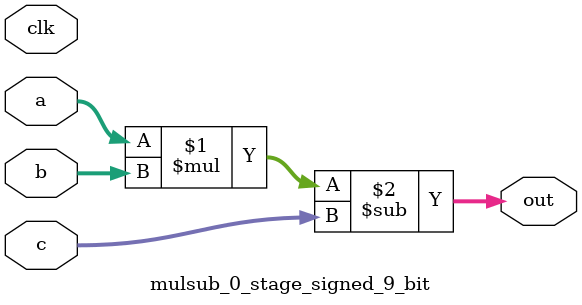
<source format=sv>
(* use_dsp = "yes" *) module mulsub_0_stage_signed_9_bit(
	input signed [8:0] a,
	input signed [8:0] b,
	input signed [8:0] c,
	output [8:0] out,
	input clk);

	assign out = (a * b) - c;
endmodule

</source>
